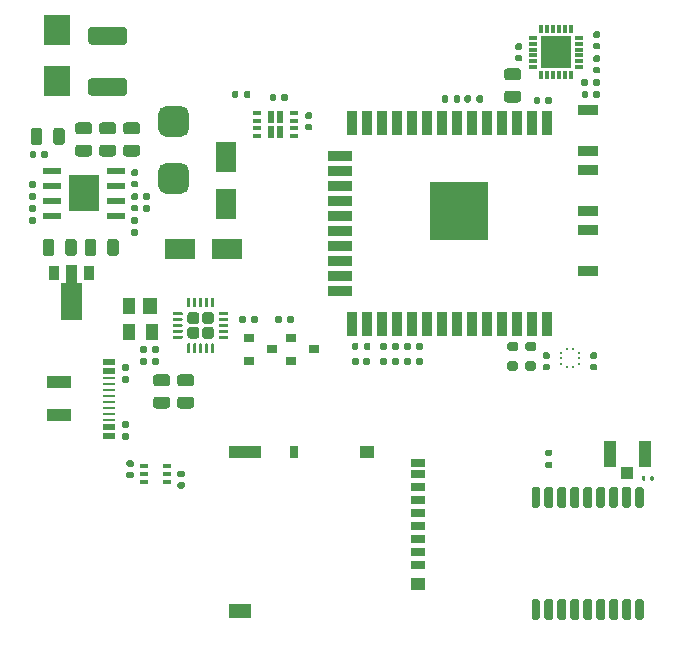
<source format=gtp>
G04 #@! TF.GenerationSoftware,KiCad,Pcbnew,5.1.10*
G04 #@! TF.CreationDate,2021-05-11T19:26:58+02:00*
G04 #@! TF.ProjectId,obd32,6f626433-322e-46b6-9963-61645f706362,rev?*
G04 #@! TF.SameCoordinates,Original*
G04 #@! TF.FileFunction,Paste,Top*
G04 #@! TF.FilePolarity,Positive*
%FSLAX46Y46*%
G04 Gerber Fmt 4.6, Leading zero omitted, Abs format (unit mm)*
G04 Created by KiCad (PCBNEW 5.1.10) date 2021-05-11 19:26:58*
%MOMM*%
%LPD*%
G01*
G04 APERTURE LIST*
%ADD10R,1.900000X1.300000*%
%ADD11R,2.800000X1.000000*%
%ADD12R,0.800000X1.000000*%
%ADD13R,1.200000X1.000000*%
%ADD14R,1.200000X0.700000*%
%ADD15R,2.600000X3.100000*%
%ADD16R,1.550000X0.600000*%
%ADD17C,0.100000*%
%ADD18R,0.900000X1.300000*%
%ADD19R,0.900000X0.800000*%
%ADD20R,2.500000X1.800000*%
%ADD21R,1.800000X2.500000*%
%ADD22R,2.300000X2.500000*%
%ADD23R,2.000000X1.000000*%
%ADD24R,1.000000X0.270000*%
%ADD25R,1.000000X0.520000*%
%ADD26R,1.000000X1.400000*%
%ADD27R,1.200000X1.400000*%
%ADD28R,0.254000X0.279400*%
%ADD29R,0.279400X0.254000*%
%ADD30R,1.041400X1.092200*%
%ADD31R,1.041400X2.260600*%
%ADD32R,0.900000X2.000000*%
%ADD33R,2.000000X0.900000*%
%ADD34R,5.000000X5.000000*%
%ADD35R,1.700000X0.900000*%
%ADD36R,0.650000X0.400000*%
%ADD37R,2.650000X2.750000*%
%ADD38R,0.800000X0.300000*%
%ADD39R,0.300000X0.800000*%
%ADD40R,0.600000X1.000000*%
%ADD41R,0.650000X0.350000*%
G04 APERTURE END LIST*
G36*
G01*
X210956000Y-88512000D02*
X211466000Y-88512000D01*
G75*
G02*
X211716000Y-88762000I0J-250000D01*
G01*
X211716000Y-89272000D01*
G75*
G02*
X211466000Y-89522000I-250000J0D01*
G01*
X210956000Y-89522000D01*
G75*
G02*
X210706000Y-89272000I0J250000D01*
G01*
X210706000Y-88762000D01*
G75*
G02*
X210956000Y-88512000I250000J0D01*
G01*
G37*
G36*
G01*
X212206000Y-88512000D02*
X212716000Y-88512000D01*
G75*
G02*
X212966000Y-88762000I0J-250000D01*
G01*
X212966000Y-89272000D01*
G75*
G02*
X212716000Y-89522000I-250000J0D01*
G01*
X212206000Y-89522000D01*
G75*
G02*
X211956000Y-89272000I0J250000D01*
G01*
X211956000Y-88762000D01*
G75*
G02*
X212206000Y-88512000I250000J0D01*
G01*
G37*
G36*
G01*
X210956000Y-87262000D02*
X211466000Y-87262000D01*
G75*
G02*
X211716000Y-87512000I0J-250000D01*
G01*
X211716000Y-88022000D01*
G75*
G02*
X211466000Y-88272000I-250000J0D01*
G01*
X210956000Y-88272000D01*
G75*
G02*
X210706000Y-88022000I0J250000D01*
G01*
X210706000Y-87512000D01*
G75*
G02*
X210956000Y-87262000I250000J0D01*
G01*
G37*
G36*
G01*
X212206000Y-87262000D02*
X212716000Y-87262000D01*
G75*
G02*
X212966000Y-87512000I0J-250000D01*
G01*
X212966000Y-88022000D01*
G75*
G02*
X212716000Y-88272000I-250000J0D01*
G01*
X212206000Y-88272000D01*
G75*
G02*
X211956000Y-88022000I0J250000D01*
G01*
X211956000Y-87512000D01*
G75*
G02*
X212206000Y-87262000I250000J0D01*
G01*
G37*
G36*
G01*
X213423500Y-87267000D02*
X214123500Y-87267000D01*
G75*
G02*
X214186000Y-87329500I0J-62500D01*
G01*
X214186000Y-87454500D01*
G75*
G02*
X214123500Y-87517000I-62500J0D01*
G01*
X213423500Y-87517000D01*
G75*
G02*
X213361000Y-87454500I0J62500D01*
G01*
X213361000Y-87329500D01*
G75*
G02*
X213423500Y-87267000I62500J0D01*
G01*
G37*
G36*
G01*
X213423500Y-87767000D02*
X214123500Y-87767000D01*
G75*
G02*
X214186000Y-87829500I0J-62500D01*
G01*
X214186000Y-87954500D01*
G75*
G02*
X214123500Y-88017000I-62500J0D01*
G01*
X213423500Y-88017000D01*
G75*
G02*
X213361000Y-87954500I0J62500D01*
G01*
X213361000Y-87829500D01*
G75*
G02*
X213423500Y-87767000I62500J0D01*
G01*
G37*
G36*
G01*
X213423500Y-88267000D02*
X214123500Y-88267000D01*
G75*
G02*
X214186000Y-88329500I0J-62500D01*
G01*
X214186000Y-88454500D01*
G75*
G02*
X214123500Y-88517000I-62500J0D01*
G01*
X213423500Y-88517000D01*
G75*
G02*
X213361000Y-88454500I0J62500D01*
G01*
X213361000Y-88329500D01*
G75*
G02*
X213423500Y-88267000I62500J0D01*
G01*
G37*
G36*
G01*
X213423500Y-88767000D02*
X214123500Y-88767000D01*
G75*
G02*
X214186000Y-88829500I0J-62500D01*
G01*
X214186000Y-88954500D01*
G75*
G02*
X214123500Y-89017000I-62500J0D01*
G01*
X213423500Y-89017000D01*
G75*
G02*
X213361000Y-88954500I0J62500D01*
G01*
X213361000Y-88829500D01*
G75*
G02*
X213423500Y-88767000I62500J0D01*
G01*
G37*
G36*
G01*
X213423500Y-89267000D02*
X214123500Y-89267000D01*
G75*
G02*
X214186000Y-89329500I0J-62500D01*
G01*
X214186000Y-89454500D01*
G75*
G02*
X214123500Y-89517000I-62500J0D01*
G01*
X213423500Y-89517000D01*
G75*
G02*
X213361000Y-89454500I0J62500D01*
G01*
X213361000Y-89329500D01*
G75*
G02*
X213423500Y-89267000I62500J0D01*
G01*
G37*
G36*
G01*
X212773500Y-89917000D02*
X212898500Y-89917000D01*
G75*
G02*
X212961000Y-89979500I0J-62500D01*
G01*
X212961000Y-90679500D01*
G75*
G02*
X212898500Y-90742000I-62500J0D01*
G01*
X212773500Y-90742000D01*
G75*
G02*
X212711000Y-90679500I0J62500D01*
G01*
X212711000Y-89979500D01*
G75*
G02*
X212773500Y-89917000I62500J0D01*
G01*
G37*
G36*
G01*
X212273500Y-89917000D02*
X212398500Y-89917000D01*
G75*
G02*
X212461000Y-89979500I0J-62500D01*
G01*
X212461000Y-90679500D01*
G75*
G02*
X212398500Y-90742000I-62500J0D01*
G01*
X212273500Y-90742000D01*
G75*
G02*
X212211000Y-90679500I0J62500D01*
G01*
X212211000Y-89979500D01*
G75*
G02*
X212273500Y-89917000I62500J0D01*
G01*
G37*
G36*
G01*
X211773500Y-89917000D02*
X211898500Y-89917000D01*
G75*
G02*
X211961000Y-89979500I0J-62500D01*
G01*
X211961000Y-90679500D01*
G75*
G02*
X211898500Y-90742000I-62500J0D01*
G01*
X211773500Y-90742000D01*
G75*
G02*
X211711000Y-90679500I0J62500D01*
G01*
X211711000Y-89979500D01*
G75*
G02*
X211773500Y-89917000I62500J0D01*
G01*
G37*
G36*
G01*
X211273500Y-89917000D02*
X211398500Y-89917000D01*
G75*
G02*
X211461000Y-89979500I0J-62500D01*
G01*
X211461000Y-90679500D01*
G75*
G02*
X211398500Y-90742000I-62500J0D01*
G01*
X211273500Y-90742000D01*
G75*
G02*
X211211000Y-90679500I0J62500D01*
G01*
X211211000Y-89979500D01*
G75*
G02*
X211273500Y-89917000I62500J0D01*
G01*
G37*
G36*
G01*
X210773500Y-89917000D02*
X210898500Y-89917000D01*
G75*
G02*
X210961000Y-89979500I0J-62500D01*
G01*
X210961000Y-90679500D01*
G75*
G02*
X210898500Y-90742000I-62500J0D01*
G01*
X210773500Y-90742000D01*
G75*
G02*
X210711000Y-90679500I0J62500D01*
G01*
X210711000Y-89979500D01*
G75*
G02*
X210773500Y-89917000I62500J0D01*
G01*
G37*
G36*
G01*
X209548500Y-89267000D02*
X210248500Y-89267000D01*
G75*
G02*
X210311000Y-89329500I0J-62500D01*
G01*
X210311000Y-89454500D01*
G75*
G02*
X210248500Y-89517000I-62500J0D01*
G01*
X209548500Y-89517000D01*
G75*
G02*
X209486000Y-89454500I0J62500D01*
G01*
X209486000Y-89329500D01*
G75*
G02*
X209548500Y-89267000I62500J0D01*
G01*
G37*
G36*
G01*
X209548500Y-88767000D02*
X210248500Y-88767000D01*
G75*
G02*
X210311000Y-88829500I0J-62500D01*
G01*
X210311000Y-88954500D01*
G75*
G02*
X210248500Y-89017000I-62500J0D01*
G01*
X209548500Y-89017000D01*
G75*
G02*
X209486000Y-88954500I0J62500D01*
G01*
X209486000Y-88829500D01*
G75*
G02*
X209548500Y-88767000I62500J0D01*
G01*
G37*
G36*
G01*
X209548500Y-88267000D02*
X210248500Y-88267000D01*
G75*
G02*
X210311000Y-88329500I0J-62500D01*
G01*
X210311000Y-88454500D01*
G75*
G02*
X210248500Y-88517000I-62500J0D01*
G01*
X209548500Y-88517000D01*
G75*
G02*
X209486000Y-88454500I0J62500D01*
G01*
X209486000Y-88329500D01*
G75*
G02*
X209548500Y-88267000I62500J0D01*
G01*
G37*
G36*
G01*
X209548500Y-87767000D02*
X210248500Y-87767000D01*
G75*
G02*
X210311000Y-87829500I0J-62500D01*
G01*
X210311000Y-87954500D01*
G75*
G02*
X210248500Y-88017000I-62500J0D01*
G01*
X209548500Y-88017000D01*
G75*
G02*
X209486000Y-87954500I0J62500D01*
G01*
X209486000Y-87829500D01*
G75*
G02*
X209548500Y-87767000I62500J0D01*
G01*
G37*
G36*
G01*
X209548500Y-87267000D02*
X210248500Y-87267000D01*
G75*
G02*
X210311000Y-87329500I0J-62500D01*
G01*
X210311000Y-87454500D01*
G75*
G02*
X210248500Y-87517000I-62500J0D01*
G01*
X209548500Y-87517000D01*
G75*
G02*
X209486000Y-87454500I0J62500D01*
G01*
X209486000Y-87329500D01*
G75*
G02*
X209548500Y-87267000I62500J0D01*
G01*
G37*
G36*
G01*
X210773500Y-86042000D02*
X210898500Y-86042000D01*
G75*
G02*
X210961000Y-86104500I0J-62500D01*
G01*
X210961000Y-86804500D01*
G75*
G02*
X210898500Y-86867000I-62500J0D01*
G01*
X210773500Y-86867000D01*
G75*
G02*
X210711000Y-86804500I0J62500D01*
G01*
X210711000Y-86104500D01*
G75*
G02*
X210773500Y-86042000I62500J0D01*
G01*
G37*
G36*
G01*
X211273500Y-86042000D02*
X211398500Y-86042000D01*
G75*
G02*
X211461000Y-86104500I0J-62500D01*
G01*
X211461000Y-86804500D01*
G75*
G02*
X211398500Y-86867000I-62500J0D01*
G01*
X211273500Y-86867000D01*
G75*
G02*
X211211000Y-86804500I0J62500D01*
G01*
X211211000Y-86104500D01*
G75*
G02*
X211273500Y-86042000I62500J0D01*
G01*
G37*
G36*
G01*
X211773500Y-86042000D02*
X211898500Y-86042000D01*
G75*
G02*
X211961000Y-86104500I0J-62500D01*
G01*
X211961000Y-86804500D01*
G75*
G02*
X211898500Y-86867000I-62500J0D01*
G01*
X211773500Y-86867000D01*
G75*
G02*
X211711000Y-86804500I0J62500D01*
G01*
X211711000Y-86104500D01*
G75*
G02*
X211773500Y-86042000I62500J0D01*
G01*
G37*
G36*
G01*
X212273500Y-86042000D02*
X212398500Y-86042000D01*
G75*
G02*
X212461000Y-86104500I0J-62500D01*
G01*
X212461000Y-86804500D01*
G75*
G02*
X212398500Y-86867000I-62500J0D01*
G01*
X212273500Y-86867000D01*
G75*
G02*
X212211000Y-86804500I0J62500D01*
G01*
X212211000Y-86104500D01*
G75*
G02*
X212273500Y-86042000I62500J0D01*
G01*
G37*
G36*
G01*
X212773500Y-86042000D02*
X212898500Y-86042000D01*
G75*
G02*
X212961000Y-86104500I0J-62500D01*
G01*
X212961000Y-86804500D01*
G75*
G02*
X212898500Y-86867000I-62500J0D01*
G01*
X212773500Y-86867000D01*
G75*
G02*
X212711000Y-86804500I0J62500D01*
G01*
X212711000Y-86104500D01*
G75*
G02*
X212773500Y-86042000I62500J0D01*
G01*
G37*
G36*
G01*
X205362000Y-64615000D02*
X202562000Y-64615000D01*
G75*
G02*
X202312000Y-64365000I0J250000D01*
G01*
X202312000Y-63390000D01*
G75*
G02*
X202562000Y-63140000I250000J0D01*
G01*
X205362000Y-63140000D01*
G75*
G02*
X205612000Y-63390000I0J-250000D01*
G01*
X205612000Y-64365000D01*
G75*
G02*
X205362000Y-64615000I-250000J0D01*
G01*
G37*
G36*
G01*
X205362000Y-68940000D02*
X202562000Y-68940000D01*
G75*
G02*
X202312000Y-68690000I0J250000D01*
G01*
X202312000Y-67715000D01*
G75*
G02*
X202562000Y-67465000I250000J0D01*
G01*
X205362000Y-67465000D01*
G75*
G02*
X205612000Y-67715000I0J-250000D01*
G01*
X205612000Y-68690000D01*
G75*
G02*
X205362000Y-68940000I-250000J0D01*
G01*
G37*
D10*
X215129000Y-112593000D03*
D11*
X215579000Y-99093000D03*
D12*
X219729000Y-99093000D03*
D13*
X225929000Y-99093000D03*
X230229000Y-110243000D03*
D14*
X230229000Y-102093000D03*
X230229000Y-103193000D03*
X230229000Y-104293000D03*
X230229000Y-105393000D03*
X230229000Y-106493000D03*
X230229000Y-107593000D03*
X230229000Y-108693000D03*
X230229000Y-100993000D03*
X230229000Y-100043000D03*
G36*
G01*
X208900000Y-74646000D02*
X210200000Y-74646000D01*
G75*
G02*
X210850000Y-75296000I0J-650000D01*
G01*
X210850000Y-76596000D01*
G75*
G02*
X210200000Y-77246000I-650000J0D01*
G01*
X208900000Y-77246000D01*
G75*
G02*
X208250000Y-76596000I0J650000D01*
G01*
X208250000Y-75296000D01*
G75*
G02*
X208900000Y-74646000I650000J0D01*
G01*
G37*
G36*
G01*
X208900000Y-69820000D02*
X210200000Y-69820000D01*
G75*
G02*
X210850000Y-70470000I0J-650000D01*
G01*
X210850000Y-71770000D01*
G75*
G02*
X210200000Y-72420000I-650000J0D01*
G01*
X208900000Y-72420000D01*
G75*
G02*
X208250000Y-71770000I0J650000D01*
G01*
X208250000Y-70470000D01*
G75*
G02*
X208900000Y-69820000I650000J0D01*
G01*
G37*
G36*
G01*
X206418000Y-75746000D02*
X206078000Y-75746000D01*
G75*
G02*
X205938000Y-75606000I0J140000D01*
G01*
X205938000Y-75326000D01*
G75*
G02*
X206078000Y-75186000I140000J0D01*
G01*
X206418000Y-75186000D01*
G75*
G02*
X206558000Y-75326000I0J-140000D01*
G01*
X206558000Y-75606000D01*
G75*
G02*
X206418000Y-75746000I-140000J0D01*
G01*
G37*
G36*
G01*
X206418000Y-76706000D02*
X206078000Y-76706000D01*
G75*
G02*
X205938000Y-76566000I0J140000D01*
G01*
X205938000Y-76286000D01*
G75*
G02*
X206078000Y-76146000I140000J0D01*
G01*
X206418000Y-76146000D01*
G75*
G02*
X206558000Y-76286000I0J-140000D01*
G01*
X206558000Y-76566000D01*
G75*
G02*
X206418000Y-76706000I-140000J0D01*
G01*
G37*
D15*
X201930000Y-77216000D03*
D16*
X204630000Y-75311000D03*
X204630000Y-76581000D03*
X204630000Y-77851000D03*
X204630000Y-79121000D03*
X199230000Y-79121000D03*
X199230000Y-77851000D03*
X199230000Y-76581000D03*
X199230000Y-75311000D03*
D17*
G36*
X200047500Y-87898000D02*
G01*
X200047500Y-84773000D01*
X200464000Y-84773000D01*
X200464000Y-83298000D01*
X201364000Y-83298000D01*
X201364000Y-84773000D01*
X201780500Y-84773000D01*
X201780500Y-87898000D01*
X200047500Y-87898000D01*
G37*
D18*
X199414000Y-83948000D03*
X202414000Y-83948000D03*
G36*
G01*
X218708000Y-87699000D02*
X218708000Y-88069000D01*
G75*
G02*
X218573000Y-88204000I-135000J0D01*
G01*
X218303000Y-88204000D01*
G75*
G02*
X218168000Y-88069000I0J135000D01*
G01*
X218168000Y-87699000D01*
G75*
G02*
X218303000Y-87564000I135000J0D01*
G01*
X218573000Y-87564000D01*
G75*
G02*
X218708000Y-87699000I0J-135000D01*
G01*
G37*
G36*
G01*
X219728000Y-87699000D02*
X219728000Y-88069000D01*
G75*
G02*
X219593000Y-88204000I-135000J0D01*
G01*
X219323000Y-88204000D01*
G75*
G02*
X219188000Y-88069000I0J135000D01*
G01*
X219188000Y-87699000D01*
G75*
G02*
X219323000Y-87564000I135000J0D01*
G01*
X219593000Y-87564000D01*
G75*
G02*
X219728000Y-87699000I0J-135000D01*
G01*
G37*
G36*
G01*
X216140000Y-88069000D02*
X216140000Y-87699000D01*
G75*
G02*
X216275000Y-87564000I135000J0D01*
G01*
X216545000Y-87564000D01*
G75*
G02*
X216680000Y-87699000I0J-135000D01*
G01*
X216680000Y-88069000D01*
G75*
G02*
X216545000Y-88204000I-135000J0D01*
G01*
X216275000Y-88204000D01*
G75*
G02*
X216140000Y-88069000I0J135000D01*
G01*
G37*
G36*
G01*
X215120000Y-88069000D02*
X215120000Y-87699000D01*
G75*
G02*
X215255000Y-87564000I135000J0D01*
G01*
X215525000Y-87564000D01*
G75*
G02*
X215660000Y-87699000I0J-135000D01*
G01*
X215660000Y-88069000D01*
G75*
G02*
X215525000Y-88204000I-135000J0D01*
G01*
X215255000Y-88204000D01*
G75*
G02*
X215120000Y-88069000I0J135000D01*
G01*
G37*
G36*
G01*
X206433000Y-79770000D02*
X206063000Y-79770000D01*
G75*
G02*
X205928000Y-79635000I0J135000D01*
G01*
X205928000Y-79365000D01*
G75*
G02*
X206063000Y-79230000I135000J0D01*
G01*
X206433000Y-79230000D01*
G75*
G02*
X206568000Y-79365000I0J-135000D01*
G01*
X206568000Y-79635000D01*
G75*
G02*
X206433000Y-79770000I-135000J0D01*
G01*
G37*
G36*
G01*
X206433000Y-80790000D02*
X206063000Y-80790000D01*
G75*
G02*
X205928000Y-80655000I0J135000D01*
G01*
X205928000Y-80385000D01*
G75*
G02*
X206063000Y-80250000I135000J0D01*
G01*
X206433000Y-80250000D01*
G75*
G02*
X206568000Y-80385000I0J-135000D01*
G01*
X206568000Y-80655000D01*
G75*
G02*
X206433000Y-80790000I-135000J0D01*
G01*
G37*
G36*
G01*
X207449000Y-77738000D02*
X207079000Y-77738000D01*
G75*
G02*
X206944000Y-77603000I0J135000D01*
G01*
X206944000Y-77333000D01*
G75*
G02*
X207079000Y-77198000I135000J0D01*
G01*
X207449000Y-77198000D01*
G75*
G02*
X207584000Y-77333000I0J-135000D01*
G01*
X207584000Y-77603000D01*
G75*
G02*
X207449000Y-77738000I-135000J0D01*
G01*
G37*
G36*
G01*
X207449000Y-78758000D02*
X207079000Y-78758000D01*
G75*
G02*
X206944000Y-78623000I0J135000D01*
G01*
X206944000Y-78353000D01*
G75*
G02*
X207079000Y-78218000I135000J0D01*
G01*
X207449000Y-78218000D01*
G75*
G02*
X207584000Y-78353000I0J-135000D01*
G01*
X207584000Y-78623000D01*
G75*
G02*
X207449000Y-78758000I-135000J0D01*
G01*
G37*
G36*
G01*
X197427000Y-79234000D02*
X197797000Y-79234000D01*
G75*
G02*
X197932000Y-79369000I0J-135000D01*
G01*
X197932000Y-79639000D01*
G75*
G02*
X197797000Y-79774000I-135000J0D01*
G01*
X197427000Y-79774000D01*
G75*
G02*
X197292000Y-79639000I0J135000D01*
G01*
X197292000Y-79369000D01*
G75*
G02*
X197427000Y-79234000I135000J0D01*
G01*
G37*
G36*
G01*
X197427000Y-78214000D02*
X197797000Y-78214000D01*
G75*
G02*
X197932000Y-78349000I0J-135000D01*
G01*
X197932000Y-78619000D01*
G75*
G02*
X197797000Y-78754000I-135000J0D01*
G01*
X197427000Y-78754000D01*
G75*
G02*
X197292000Y-78619000I0J135000D01*
G01*
X197292000Y-78349000D01*
G75*
G02*
X197427000Y-78214000I135000J0D01*
G01*
G37*
G36*
G01*
X197797000Y-76722000D02*
X197427000Y-76722000D01*
G75*
G02*
X197292000Y-76587000I0J135000D01*
G01*
X197292000Y-76317000D01*
G75*
G02*
X197427000Y-76182000I135000J0D01*
G01*
X197797000Y-76182000D01*
G75*
G02*
X197932000Y-76317000I0J-135000D01*
G01*
X197932000Y-76587000D01*
G75*
G02*
X197797000Y-76722000I-135000J0D01*
G01*
G37*
G36*
G01*
X197797000Y-77742000D02*
X197427000Y-77742000D01*
G75*
G02*
X197292000Y-77607000I0J135000D01*
G01*
X197292000Y-77337000D01*
G75*
G02*
X197427000Y-77202000I135000J0D01*
G01*
X197797000Y-77202000D01*
G75*
G02*
X197932000Y-77337000I0J-135000D01*
G01*
X197932000Y-77607000D01*
G75*
G02*
X197797000Y-77742000I-135000J0D01*
G01*
G37*
D19*
X221472000Y-90424000D03*
X219472000Y-91374000D03*
X219472000Y-89474000D03*
X217916000Y-90424000D03*
X215916000Y-91374000D03*
X215916000Y-89474000D03*
D20*
X210090000Y-81915000D03*
X214090000Y-81915000D03*
D21*
X213995000Y-74105000D03*
X213995000Y-78105000D03*
D22*
X199644000Y-63382000D03*
X199644000Y-67682000D03*
G36*
G01*
X205519000Y-73094000D02*
X206469000Y-73094000D01*
G75*
G02*
X206719000Y-73344000I0J-250000D01*
G01*
X206719000Y-73844000D01*
G75*
G02*
X206469000Y-74094000I-250000J0D01*
G01*
X205519000Y-74094000D01*
G75*
G02*
X205269000Y-73844000I0J250000D01*
G01*
X205269000Y-73344000D01*
G75*
G02*
X205519000Y-73094000I250000J0D01*
G01*
G37*
G36*
G01*
X205519000Y-71194000D02*
X206469000Y-71194000D01*
G75*
G02*
X206719000Y-71444000I0J-250000D01*
G01*
X206719000Y-71944000D01*
G75*
G02*
X206469000Y-72194000I-250000J0D01*
G01*
X205519000Y-72194000D01*
G75*
G02*
X205269000Y-71944000I0J250000D01*
G01*
X205269000Y-71444000D01*
G75*
G02*
X205519000Y-71194000I250000J0D01*
G01*
G37*
G36*
G01*
X203487000Y-73094000D02*
X204437000Y-73094000D01*
G75*
G02*
X204687000Y-73344000I0J-250000D01*
G01*
X204687000Y-73844000D01*
G75*
G02*
X204437000Y-74094000I-250000J0D01*
G01*
X203487000Y-74094000D01*
G75*
G02*
X203237000Y-73844000I0J250000D01*
G01*
X203237000Y-73344000D01*
G75*
G02*
X203487000Y-73094000I250000J0D01*
G01*
G37*
G36*
G01*
X203487000Y-71194000D02*
X204437000Y-71194000D01*
G75*
G02*
X204687000Y-71444000I0J-250000D01*
G01*
X204687000Y-71944000D01*
G75*
G02*
X204437000Y-72194000I-250000J0D01*
G01*
X203487000Y-72194000D01*
G75*
G02*
X203237000Y-71944000I0J250000D01*
G01*
X203237000Y-71444000D01*
G75*
G02*
X203487000Y-71194000I250000J0D01*
G01*
G37*
G36*
G01*
X201455000Y-73094000D02*
X202405000Y-73094000D01*
G75*
G02*
X202655000Y-73344000I0J-250000D01*
G01*
X202655000Y-73844000D01*
G75*
G02*
X202405000Y-74094000I-250000J0D01*
G01*
X201455000Y-74094000D01*
G75*
G02*
X201205000Y-73844000I0J250000D01*
G01*
X201205000Y-73344000D01*
G75*
G02*
X201455000Y-73094000I250000J0D01*
G01*
G37*
G36*
G01*
X201455000Y-71194000D02*
X202405000Y-71194000D01*
G75*
G02*
X202655000Y-71444000I0J-250000D01*
G01*
X202655000Y-71944000D01*
G75*
G02*
X202405000Y-72194000I-250000J0D01*
G01*
X201455000Y-72194000D01*
G75*
G02*
X201205000Y-71944000I0J250000D01*
G01*
X201205000Y-71444000D01*
G75*
G02*
X201455000Y-71194000I250000J0D01*
G01*
G37*
G36*
G01*
X206078000Y-78178000D02*
X206418000Y-78178000D01*
G75*
G02*
X206558000Y-78318000I0J-140000D01*
G01*
X206558000Y-78598000D01*
G75*
G02*
X206418000Y-78738000I-140000J0D01*
G01*
X206078000Y-78738000D01*
G75*
G02*
X205938000Y-78598000I0J140000D01*
G01*
X205938000Y-78318000D01*
G75*
G02*
X206078000Y-78178000I140000J0D01*
G01*
G37*
G36*
G01*
X206078000Y-77218000D02*
X206418000Y-77218000D01*
G75*
G02*
X206558000Y-77358000I0J-140000D01*
G01*
X206558000Y-77638000D01*
G75*
G02*
X206418000Y-77778000I-140000J0D01*
G01*
X206078000Y-77778000D01*
G75*
G02*
X205938000Y-77638000I0J140000D01*
G01*
X205938000Y-77358000D01*
G75*
G02*
X206078000Y-77218000I140000J0D01*
G01*
G37*
G36*
G01*
X198320000Y-74084000D02*
X198320000Y-73744000D01*
G75*
G02*
X198460000Y-73604000I140000J0D01*
G01*
X198740000Y-73604000D01*
G75*
G02*
X198880000Y-73744000I0J-140000D01*
G01*
X198880000Y-74084000D01*
G75*
G02*
X198740000Y-74224000I-140000J0D01*
G01*
X198460000Y-74224000D01*
G75*
G02*
X198320000Y-74084000I0J140000D01*
G01*
G37*
G36*
G01*
X197360000Y-74084000D02*
X197360000Y-73744000D01*
G75*
G02*
X197500000Y-73604000I140000J0D01*
G01*
X197780000Y-73604000D01*
G75*
G02*
X197920000Y-73744000I0J-140000D01*
G01*
X197920000Y-74084000D01*
G75*
G02*
X197780000Y-74224000I-140000J0D01*
G01*
X197500000Y-74224000D01*
G75*
G02*
X197360000Y-74084000I0J140000D01*
G01*
G37*
G36*
G01*
X199332000Y-72865000D02*
X199332000Y-71915000D01*
G75*
G02*
X199582000Y-71665000I250000J0D01*
G01*
X200082000Y-71665000D01*
G75*
G02*
X200332000Y-71915000I0J-250000D01*
G01*
X200332000Y-72865000D01*
G75*
G02*
X200082000Y-73115000I-250000J0D01*
G01*
X199582000Y-73115000D01*
G75*
G02*
X199332000Y-72865000I0J250000D01*
G01*
G37*
G36*
G01*
X197432000Y-72865000D02*
X197432000Y-71915000D01*
G75*
G02*
X197682000Y-71665000I250000J0D01*
G01*
X198182000Y-71665000D01*
G75*
G02*
X198432000Y-71915000I0J-250000D01*
G01*
X198432000Y-72865000D01*
G75*
G02*
X198182000Y-73115000I-250000J0D01*
G01*
X197682000Y-73115000D01*
G75*
G02*
X197432000Y-72865000I0J250000D01*
G01*
G37*
G36*
G01*
X203004000Y-81313000D02*
X203004000Y-82263000D01*
G75*
G02*
X202754000Y-82513000I-250000J0D01*
G01*
X202254000Y-82513000D01*
G75*
G02*
X202004000Y-82263000I0J250000D01*
G01*
X202004000Y-81313000D01*
G75*
G02*
X202254000Y-81063000I250000J0D01*
G01*
X202754000Y-81063000D01*
G75*
G02*
X203004000Y-81313000I0J-250000D01*
G01*
G37*
G36*
G01*
X204904000Y-81313000D02*
X204904000Y-82263000D01*
G75*
G02*
X204654000Y-82513000I-250000J0D01*
G01*
X204154000Y-82513000D01*
G75*
G02*
X203904000Y-82263000I0J250000D01*
G01*
X203904000Y-81313000D01*
G75*
G02*
X204154000Y-81063000I250000J0D01*
G01*
X204654000Y-81063000D01*
G75*
G02*
X204904000Y-81313000I0J-250000D01*
G01*
G37*
G36*
G01*
X200348000Y-82263000D02*
X200348000Y-81313000D01*
G75*
G02*
X200598000Y-81063000I250000J0D01*
G01*
X201098000Y-81063000D01*
G75*
G02*
X201348000Y-81313000I0J-250000D01*
G01*
X201348000Y-82263000D01*
G75*
G02*
X201098000Y-82513000I-250000J0D01*
G01*
X200598000Y-82513000D01*
G75*
G02*
X200348000Y-82263000I0J250000D01*
G01*
G37*
G36*
G01*
X198448000Y-82263000D02*
X198448000Y-81313000D01*
G75*
G02*
X198698000Y-81063000I250000J0D01*
G01*
X199198000Y-81063000D01*
G75*
G02*
X199448000Y-81313000I0J-250000D01*
G01*
X199448000Y-82263000D01*
G75*
G02*
X199198000Y-82513000I-250000J0D01*
G01*
X198698000Y-82513000D01*
G75*
G02*
X198448000Y-82263000I0J250000D01*
G01*
G37*
G36*
G01*
X208059000Y-94430000D02*
X209009000Y-94430000D01*
G75*
G02*
X209259000Y-94680000I0J-250000D01*
G01*
X209259000Y-95180000D01*
G75*
G02*
X209009000Y-95430000I-250000J0D01*
G01*
X208059000Y-95430000D01*
G75*
G02*
X207809000Y-95180000I0J250000D01*
G01*
X207809000Y-94680000D01*
G75*
G02*
X208059000Y-94430000I250000J0D01*
G01*
G37*
G36*
G01*
X208059000Y-92530000D02*
X209009000Y-92530000D01*
G75*
G02*
X209259000Y-92780000I0J-250000D01*
G01*
X209259000Y-93280000D01*
G75*
G02*
X209009000Y-93530000I-250000J0D01*
G01*
X208059000Y-93530000D01*
G75*
G02*
X207809000Y-93280000I0J250000D01*
G01*
X207809000Y-92780000D01*
G75*
G02*
X208059000Y-92530000I250000J0D01*
G01*
G37*
G36*
G01*
X211041000Y-93530000D02*
X210091000Y-93530000D01*
G75*
G02*
X209841000Y-93280000I0J250000D01*
G01*
X209841000Y-92780000D01*
G75*
G02*
X210091000Y-92530000I250000J0D01*
G01*
X211041000Y-92530000D01*
G75*
G02*
X211291000Y-92780000I0J-250000D01*
G01*
X211291000Y-93280000D01*
G75*
G02*
X211041000Y-93530000I-250000J0D01*
G01*
G37*
G36*
G01*
X211041000Y-95430000D02*
X210091000Y-95430000D01*
G75*
G02*
X209841000Y-95180000I0J250000D01*
G01*
X209841000Y-94680000D01*
G75*
G02*
X210091000Y-94430000I250000J0D01*
G01*
X211041000Y-94430000D01*
G75*
G02*
X211291000Y-94680000I0J-250000D01*
G01*
X211291000Y-95180000D01*
G75*
G02*
X211041000Y-95430000I-250000J0D01*
G01*
G37*
G36*
G01*
X240051000Y-90570500D02*
X239501000Y-90570500D01*
G75*
G02*
X239301000Y-90370500I0J200000D01*
G01*
X239301000Y-89970500D01*
G75*
G02*
X239501000Y-89770500I200000J0D01*
G01*
X240051000Y-89770500D01*
G75*
G02*
X240251000Y-89970500I0J-200000D01*
G01*
X240251000Y-90370500D01*
G75*
G02*
X240051000Y-90570500I-200000J0D01*
G01*
G37*
G36*
G01*
X240051000Y-92220500D02*
X239501000Y-92220500D01*
G75*
G02*
X239301000Y-92020500I0J200000D01*
G01*
X239301000Y-91620500D01*
G75*
G02*
X239501000Y-91420500I200000J0D01*
G01*
X240051000Y-91420500D01*
G75*
G02*
X240251000Y-91620500I0J-200000D01*
G01*
X240251000Y-92020500D01*
G75*
G02*
X240051000Y-92220500I-200000J0D01*
G01*
G37*
G36*
G01*
X237977000Y-91420500D02*
X238527000Y-91420500D01*
G75*
G02*
X238727000Y-91620500I0J-200000D01*
G01*
X238727000Y-92020500D01*
G75*
G02*
X238527000Y-92220500I-200000J0D01*
G01*
X237977000Y-92220500D01*
G75*
G02*
X237777000Y-92020500I0J200000D01*
G01*
X237777000Y-91620500D01*
G75*
G02*
X237977000Y-91420500I200000J0D01*
G01*
G37*
G36*
G01*
X237977000Y-89770500D02*
X238527000Y-89770500D01*
G75*
G02*
X238727000Y-89970500I0J-200000D01*
G01*
X238727000Y-90370500D01*
G75*
G02*
X238527000Y-90570500I-200000J0D01*
G01*
X237977000Y-90570500D01*
G75*
G02*
X237777000Y-90370500I0J200000D01*
G01*
X237777000Y-89970500D01*
G75*
G02*
X237977000Y-89770500I200000J0D01*
G01*
G37*
G36*
G01*
X207758000Y-90609000D02*
X207758000Y-90239000D01*
G75*
G02*
X207893000Y-90104000I135000J0D01*
G01*
X208163000Y-90104000D01*
G75*
G02*
X208298000Y-90239000I0J-135000D01*
G01*
X208298000Y-90609000D01*
G75*
G02*
X208163000Y-90744000I-135000J0D01*
G01*
X207893000Y-90744000D01*
G75*
G02*
X207758000Y-90609000I0J135000D01*
G01*
G37*
G36*
G01*
X206738000Y-90609000D02*
X206738000Y-90239000D01*
G75*
G02*
X206873000Y-90104000I135000J0D01*
G01*
X207143000Y-90104000D01*
G75*
G02*
X207278000Y-90239000I0J-135000D01*
G01*
X207278000Y-90609000D01*
G75*
G02*
X207143000Y-90744000I-135000J0D01*
G01*
X206873000Y-90744000D01*
G75*
G02*
X206738000Y-90609000I0J135000D01*
G01*
G37*
G36*
G01*
X207758000Y-91625000D02*
X207758000Y-91255000D01*
G75*
G02*
X207893000Y-91120000I135000J0D01*
G01*
X208163000Y-91120000D01*
G75*
G02*
X208298000Y-91255000I0J-135000D01*
G01*
X208298000Y-91625000D01*
G75*
G02*
X208163000Y-91760000I-135000J0D01*
G01*
X207893000Y-91760000D01*
G75*
G02*
X207758000Y-91625000I0J135000D01*
G01*
G37*
G36*
G01*
X206738000Y-91625000D02*
X206738000Y-91255000D01*
G75*
G02*
X206873000Y-91120000I135000J0D01*
G01*
X207143000Y-91120000D01*
G75*
G02*
X207278000Y-91255000I0J-135000D01*
G01*
X207278000Y-91625000D01*
G75*
G02*
X207143000Y-91760000I-135000J0D01*
G01*
X206873000Y-91760000D01*
G75*
G02*
X206738000Y-91625000I0J135000D01*
G01*
G37*
G36*
G01*
X205301000Y-97522000D02*
X205671000Y-97522000D01*
G75*
G02*
X205806000Y-97657000I0J-135000D01*
G01*
X205806000Y-97927000D01*
G75*
G02*
X205671000Y-98062000I-135000J0D01*
G01*
X205301000Y-98062000D01*
G75*
G02*
X205166000Y-97927000I0J135000D01*
G01*
X205166000Y-97657000D01*
G75*
G02*
X205301000Y-97522000I135000J0D01*
G01*
G37*
G36*
G01*
X205301000Y-96502000D02*
X205671000Y-96502000D01*
G75*
G02*
X205806000Y-96637000I0J-135000D01*
G01*
X205806000Y-96907000D01*
G75*
G02*
X205671000Y-97042000I-135000J0D01*
G01*
X205301000Y-97042000D01*
G75*
G02*
X205166000Y-96907000I0J135000D01*
G01*
X205166000Y-96637000D01*
G75*
G02*
X205301000Y-96502000I135000J0D01*
G01*
G37*
G36*
G01*
X205301000Y-92696000D02*
X205671000Y-92696000D01*
G75*
G02*
X205806000Y-92831000I0J-135000D01*
G01*
X205806000Y-93101000D01*
G75*
G02*
X205671000Y-93236000I-135000J0D01*
G01*
X205301000Y-93236000D01*
G75*
G02*
X205166000Y-93101000I0J135000D01*
G01*
X205166000Y-92831000D01*
G75*
G02*
X205301000Y-92696000I135000J0D01*
G01*
G37*
G36*
G01*
X205301000Y-91676000D02*
X205671000Y-91676000D01*
G75*
G02*
X205806000Y-91811000I0J-135000D01*
G01*
X205806000Y-92081000D01*
G75*
G02*
X205671000Y-92216000I-135000J0D01*
G01*
X205301000Y-92216000D01*
G75*
G02*
X205166000Y-92081000I0J135000D01*
G01*
X205166000Y-91811000D01*
G75*
G02*
X205301000Y-91676000I135000J0D01*
G01*
G37*
D23*
X199838500Y-93215000D03*
X199838500Y-96015000D03*
D24*
X204038500Y-94365000D03*
X204038500Y-96365000D03*
X204038500Y-95865000D03*
X204038500Y-95365000D03*
X204038500Y-94865000D03*
X204038500Y-93865000D03*
X204038500Y-93365000D03*
X204038500Y-92865000D03*
D25*
X204038500Y-97715000D03*
X204038500Y-96965000D03*
X204038500Y-92265000D03*
X204038500Y-91515000D03*
X204038500Y-91515000D03*
X204038500Y-92265000D03*
X204038500Y-96965000D03*
X204038500Y-97715000D03*
D26*
X207706000Y-88984000D03*
X205806000Y-88984000D03*
X205806000Y-86784000D03*
D27*
X207526000Y-86784000D03*
G36*
G01*
X241115000Y-99935000D02*
X241485000Y-99935000D01*
G75*
G02*
X241620000Y-100070000I0J-135000D01*
G01*
X241620000Y-100340000D01*
G75*
G02*
X241485000Y-100475000I-135000J0D01*
G01*
X241115000Y-100475000D01*
G75*
G02*
X240980000Y-100340000I0J135000D01*
G01*
X240980000Y-100070000D01*
G75*
G02*
X241115000Y-99935000I135000J0D01*
G01*
G37*
G36*
G01*
X241115000Y-98915000D02*
X241485000Y-98915000D01*
G75*
G02*
X241620000Y-99050000I0J-135000D01*
G01*
X241620000Y-99320000D01*
G75*
G02*
X241485000Y-99455000I-135000J0D01*
G01*
X241115000Y-99455000D01*
G75*
G02*
X240980000Y-99320000I0J135000D01*
G01*
X240980000Y-99050000D01*
G75*
G02*
X241115000Y-98915000I135000J0D01*
G01*
G37*
G36*
G01*
X215025000Y-68649000D02*
X215025000Y-69019000D01*
G75*
G02*
X214890000Y-69154000I-135000J0D01*
G01*
X214620000Y-69154000D01*
G75*
G02*
X214485000Y-69019000I0J135000D01*
G01*
X214485000Y-68649000D01*
G75*
G02*
X214620000Y-68514000I135000J0D01*
G01*
X214890000Y-68514000D01*
G75*
G02*
X215025000Y-68649000I0J-135000D01*
G01*
G37*
G36*
G01*
X216045000Y-68649000D02*
X216045000Y-69019000D01*
G75*
G02*
X215910000Y-69154000I-135000J0D01*
G01*
X215640000Y-69154000D01*
G75*
G02*
X215505000Y-69019000I0J135000D01*
G01*
X215505000Y-68649000D01*
G75*
G02*
X215640000Y-68514000I135000J0D01*
G01*
X215910000Y-68514000D01*
G75*
G02*
X216045000Y-68649000I0J-135000D01*
G01*
G37*
G36*
G01*
X234170000Y-69400000D02*
X234170000Y-69030000D01*
G75*
G02*
X234305000Y-68895000I135000J0D01*
G01*
X234575000Y-68895000D01*
G75*
G02*
X234710000Y-69030000I0J-135000D01*
G01*
X234710000Y-69400000D01*
G75*
G02*
X234575000Y-69535000I-135000J0D01*
G01*
X234305000Y-69535000D01*
G75*
G02*
X234170000Y-69400000I0J135000D01*
G01*
G37*
G36*
G01*
X235190000Y-69400000D02*
X235190000Y-69030000D01*
G75*
G02*
X235325000Y-68895000I135000J0D01*
G01*
X235595000Y-68895000D01*
G75*
G02*
X235730000Y-69030000I0J-135000D01*
G01*
X235730000Y-69400000D01*
G75*
G02*
X235595000Y-69535000I-135000J0D01*
G01*
X235325000Y-69535000D01*
G75*
G02*
X235190000Y-69400000I0J135000D01*
G01*
G37*
G36*
G01*
X232265000Y-69400000D02*
X232265000Y-69030000D01*
G75*
G02*
X232400000Y-68895000I135000J0D01*
G01*
X232670000Y-68895000D01*
G75*
G02*
X232805000Y-69030000I0J-135000D01*
G01*
X232805000Y-69400000D01*
G75*
G02*
X232670000Y-69535000I-135000J0D01*
G01*
X232400000Y-69535000D01*
G75*
G02*
X232265000Y-69400000I0J135000D01*
G01*
G37*
G36*
G01*
X233285000Y-69400000D02*
X233285000Y-69030000D01*
G75*
G02*
X233420000Y-68895000I135000J0D01*
G01*
X233690000Y-68895000D01*
G75*
G02*
X233825000Y-69030000I0J-135000D01*
G01*
X233825000Y-69400000D01*
G75*
G02*
X233690000Y-69535000I-135000J0D01*
G01*
X233420000Y-69535000D01*
G75*
G02*
X233285000Y-69400000I0J135000D01*
G01*
G37*
G36*
G01*
X229630000Y-89985000D02*
X229630000Y-90355000D01*
G75*
G02*
X229495000Y-90490000I-135000J0D01*
G01*
X229225000Y-90490000D01*
G75*
G02*
X229090000Y-90355000I0J135000D01*
G01*
X229090000Y-89985000D01*
G75*
G02*
X229225000Y-89850000I135000J0D01*
G01*
X229495000Y-89850000D01*
G75*
G02*
X229630000Y-89985000I0J-135000D01*
G01*
G37*
G36*
G01*
X230650000Y-89985000D02*
X230650000Y-90355000D01*
G75*
G02*
X230515000Y-90490000I-135000J0D01*
G01*
X230245000Y-90490000D01*
G75*
G02*
X230110000Y-90355000I0J135000D01*
G01*
X230110000Y-89985000D01*
G75*
G02*
X230245000Y-89850000I135000J0D01*
G01*
X230515000Y-89850000D01*
G75*
G02*
X230650000Y-89985000I0J-135000D01*
G01*
G37*
G36*
G01*
X227598000Y-89985000D02*
X227598000Y-90355000D01*
G75*
G02*
X227463000Y-90490000I-135000J0D01*
G01*
X227193000Y-90490000D01*
G75*
G02*
X227058000Y-90355000I0J135000D01*
G01*
X227058000Y-89985000D01*
G75*
G02*
X227193000Y-89850000I135000J0D01*
G01*
X227463000Y-89850000D01*
G75*
G02*
X227598000Y-89985000I0J-135000D01*
G01*
G37*
G36*
G01*
X228618000Y-89985000D02*
X228618000Y-90355000D01*
G75*
G02*
X228483000Y-90490000I-135000J0D01*
G01*
X228213000Y-90490000D01*
G75*
G02*
X228078000Y-90355000I0J135000D01*
G01*
X228078000Y-89985000D01*
G75*
G02*
X228213000Y-89850000I135000J0D01*
G01*
X228483000Y-89850000D01*
G75*
G02*
X228618000Y-89985000I0J-135000D01*
G01*
G37*
G36*
G01*
X225185000Y-89985000D02*
X225185000Y-90355000D01*
G75*
G02*
X225050000Y-90490000I-135000J0D01*
G01*
X224780000Y-90490000D01*
G75*
G02*
X224645000Y-90355000I0J135000D01*
G01*
X224645000Y-89985000D01*
G75*
G02*
X224780000Y-89850000I135000J0D01*
G01*
X225050000Y-89850000D01*
G75*
G02*
X225185000Y-89985000I0J-135000D01*
G01*
G37*
G36*
G01*
X226205000Y-89985000D02*
X226205000Y-90355000D01*
G75*
G02*
X226070000Y-90490000I-135000J0D01*
G01*
X225800000Y-90490000D01*
G75*
G02*
X225665000Y-90355000I0J135000D01*
G01*
X225665000Y-89985000D01*
G75*
G02*
X225800000Y-89850000I135000J0D01*
G01*
X226070000Y-89850000D01*
G75*
G02*
X226205000Y-89985000I0J-135000D01*
G01*
G37*
G36*
G01*
X245096000Y-68003000D02*
X245096000Y-67633000D01*
G75*
G02*
X245231000Y-67498000I135000J0D01*
G01*
X245501000Y-67498000D01*
G75*
G02*
X245636000Y-67633000I0J-135000D01*
G01*
X245636000Y-68003000D01*
G75*
G02*
X245501000Y-68138000I-135000J0D01*
G01*
X245231000Y-68138000D01*
G75*
G02*
X245096000Y-68003000I0J135000D01*
G01*
G37*
G36*
G01*
X244076000Y-68003000D02*
X244076000Y-67633000D01*
G75*
G02*
X244211000Y-67498000I135000J0D01*
G01*
X244481000Y-67498000D01*
G75*
G02*
X244616000Y-67633000I0J-135000D01*
G01*
X244616000Y-68003000D01*
G75*
G02*
X244481000Y-68138000I-135000J0D01*
G01*
X244211000Y-68138000D01*
G75*
G02*
X244076000Y-68003000I0J135000D01*
G01*
G37*
G36*
G01*
X244940000Y-91640000D02*
X245280000Y-91640000D01*
G75*
G02*
X245420000Y-91780000I0J-140000D01*
G01*
X245420000Y-92060000D01*
G75*
G02*
X245280000Y-92200000I-140000J0D01*
G01*
X244940000Y-92200000D01*
G75*
G02*
X244800000Y-92060000I0J140000D01*
G01*
X244800000Y-91780000D01*
G75*
G02*
X244940000Y-91640000I140000J0D01*
G01*
G37*
G36*
G01*
X244940000Y-90680000D02*
X245280000Y-90680000D01*
G75*
G02*
X245420000Y-90820000I0J-140000D01*
G01*
X245420000Y-91100000D01*
G75*
G02*
X245280000Y-91240000I-140000J0D01*
G01*
X244940000Y-91240000D01*
G75*
G02*
X244800000Y-91100000I0J140000D01*
G01*
X244800000Y-90820000D01*
G75*
G02*
X244940000Y-90680000I140000J0D01*
G01*
G37*
G36*
G01*
X210355000Y-101245000D02*
X210015000Y-101245000D01*
G75*
G02*
X209875000Y-101105000I0J140000D01*
G01*
X209875000Y-100825000D01*
G75*
G02*
X210015000Y-100685000I140000J0D01*
G01*
X210355000Y-100685000D01*
G75*
G02*
X210495000Y-100825000I0J-140000D01*
G01*
X210495000Y-101105000D01*
G75*
G02*
X210355000Y-101245000I-140000J0D01*
G01*
G37*
G36*
G01*
X210355000Y-102205000D02*
X210015000Y-102205000D01*
G75*
G02*
X209875000Y-102065000I0J140000D01*
G01*
X209875000Y-101785000D01*
G75*
G02*
X210015000Y-101645000I140000J0D01*
G01*
X210355000Y-101645000D01*
G75*
G02*
X210495000Y-101785000I0J-140000D01*
G01*
X210495000Y-102065000D01*
G75*
G02*
X210355000Y-102205000I-140000J0D01*
G01*
G37*
G36*
G01*
X220810000Y-71320000D02*
X221150000Y-71320000D01*
G75*
G02*
X221290000Y-71460000I0J-140000D01*
G01*
X221290000Y-71740000D01*
G75*
G02*
X221150000Y-71880000I-140000J0D01*
G01*
X220810000Y-71880000D01*
G75*
G02*
X220670000Y-71740000I0J140000D01*
G01*
X220670000Y-71460000D01*
G75*
G02*
X220810000Y-71320000I140000J0D01*
G01*
G37*
G36*
G01*
X220810000Y-70360000D02*
X221150000Y-70360000D01*
G75*
G02*
X221290000Y-70500000I0J-140000D01*
G01*
X221290000Y-70780000D01*
G75*
G02*
X221150000Y-70920000I-140000J0D01*
G01*
X220810000Y-70920000D01*
G75*
G02*
X220670000Y-70780000I0J140000D01*
G01*
X220670000Y-70500000D01*
G75*
G02*
X220810000Y-70360000I140000J0D01*
G01*
G37*
G36*
G01*
X205697000Y-100784000D02*
X206037000Y-100784000D01*
G75*
G02*
X206177000Y-100924000I0J-140000D01*
G01*
X206177000Y-101204000D01*
G75*
G02*
X206037000Y-101344000I-140000J0D01*
G01*
X205697000Y-101344000D01*
G75*
G02*
X205557000Y-101204000I0J140000D01*
G01*
X205557000Y-100924000D01*
G75*
G02*
X205697000Y-100784000I140000J0D01*
G01*
G37*
G36*
G01*
X205697000Y-99824000D02*
X206037000Y-99824000D01*
G75*
G02*
X206177000Y-99964000I0J-140000D01*
G01*
X206177000Y-100244000D01*
G75*
G02*
X206037000Y-100384000I-140000J0D01*
G01*
X205697000Y-100384000D01*
G75*
G02*
X205557000Y-100244000I0J140000D01*
G01*
X205557000Y-99964000D01*
G75*
G02*
X205697000Y-99824000I140000J0D01*
G01*
G37*
G36*
G01*
X218240000Y-68918000D02*
X218240000Y-69258000D01*
G75*
G02*
X218100000Y-69398000I-140000J0D01*
G01*
X217820000Y-69398000D01*
G75*
G02*
X217680000Y-69258000I0J140000D01*
G01*
X217680000Y-68918000D01*
G75*
G02*
X217820000Y-68778000I140000J0D01*
G01*
X218100000Y-68778000D01*
G75*
G02*
X218240000Y-68918000I0J-140000D01*
G01*
G37*
G36*
G01*
X219200000Y-68918000D02*
X219200000Y-69258000D01*
G75*
G02*
X219060000Y-69398000I-140000J0D01*
G01*
X218780000Y-69398000D01*
G75*
G02*
X218640000Y-69258000I0J140000D01*
G01*
X218640000Y-68918000D01*
G75*
G02*
X218780000Y-68778000I140000J0D01*
G01*
X219060000Y-68778000D01*
G75*
G02*
X219200000Y-68918000I0J-140000D01*
G01*
G37*
G36*
G01*
X240939500Y-91640000D02*
X241279500Y-91640000D01*
G75*
G02*
X241419500Y-91780000I0J-140000D01*
G01*
X241419500Y-92060000D01*
G75*
G02*
X241279500Y-92200000I-140000J0D01*
G01*
X240939500Y-92200000D01*
G75*
G02*
X240799500Y-92060000I0J140000D01*
G01*
X240799500Y-91780000D01*
G75*
G02*
X240939500Y-91640000I140000J0D01*
G01*
G37*
G36*
G01*
X240939500Y-90680000D02*
X241279500Y-90680000D01*
G75*
G02*
X241419500Y-90820000I0J-140000D01*
G01*
X241419500Y-91100000D01*
G75*
G02*
X241279500Y-91240000I-140000J0D01*
G01*
X240939500Y-91240000D01*
G75*
G02*
X240799500Y-91100000I0J140000D01*
G01*
X240799500Y-90820000D01*
G75*
G02*
X240939500Y-90680000I140000J0D01*
G01*
G37*
G36*
G01*
X245534000Y-66094000D02*
X245194000Y-66094000D01*
G75*
G02*
X245054000Y-65954000I0J140000D01*
G01*
X245054000Y-65674000D01*
G75*
G02*
X245194000Y-65534000I140000J0D01*
G01*
X245534000Y-65534000D01*
G75*
G02*
X245674000Y-65674000I0J-140000D01*
G01*
X245674000Y-65954000D01*
G75*
G02*
X245534000Y-66094000I-140000J0D01*
G01*
G37*
G36*
G01*
X245534000Y-67054000D02*
X245194000Y-67054000D01*
G75*
G02*
X245054000Y-66914000I0J140000D01*
G01*
X245054000Y-66634000D01*
G75*
G02*
X245194000Y-66494000I140000J0D01*
G01*
X245534000Y-66494000D01*
G75*
G02*
X245674000Y-66634000I0J-140000D01*
G01*
X245674000Y-66914000D01*
G75*
G02*
X245534000Y-67054000I-140000J0D01*
G01*
G37*
G36*
G01*
X238590000Y-65478000D02*
X238930000Y-65478000D01*
G75*
G02*
X239070000Y-65618000I0J-140000D01*
G01*
X239070000Y-65898000D01*
G75*
G02*
X238930000Y-66038000I-140000J0D01*
G01*
X238590000Y-66038000D01*
G75*
G02*
X238450000Y-65898000I0J140000D01*
G01*
X238450000Y-65618000D01*
G75*
G02*
X238590000Y-65478000I140000J0D01*
G01*
G37*
G36*
G01*
X238590000Y-64518000D02*
X238930000Y-64518000D01*
G75*
G02*
X239070000Y-64658000I0J-140000D01*
G01*
X239070000Y-64938000D01*
G75*
G02*
X238930000Y-65078000I-140000J0D01*
G01*
X238590000Y-65078000D01*
G75*
G02*
X238450000Y-64938000I0J140000D01*
G01*
X238450000Y-64658000D01*
G75*
G02*
X238590000Y-64518000I140000J0D01*
G01*
G37*
G36*
G01*
X245194000Y-64462000D02*
X245534000Y-64462000D01*
G75*
G02*
X245674000Y-64602000I0J-140000D01*
G01*
X245674000Y-64882000D01*
G75*
G02*
X245534000Y-65022000I-140000J0D01*
G01*
X245194000Y-65022000D01*
G75*
G02*
X245054000Y-64882000I0J140000D01*
G01*
X245054000Y-64602000D01*
G75*
G02*
X245194000Y-64462000I140000J0D01*
G01*
G37*
G36*
G01*
X245194000Y-63502000D02*
X245534000Y-63502000D01*
G75*
G02*
X245674000Y-63642000I0J-140000D01*
G01*
X245674000Y-63922000D01*
G75*
G02*
X245534000Y-64062000I-140000J0D01*
G01*
X245194000Y-64062000D01*
G75*
G02*
X245054000Y-63922000I0J140000D01*
G01*
X245054000Y-63642000D01*
G75*
G02*
X245194000Y-63502000I140000J0D01*
G01*
G37*
G36*
G01*
X240992000Y-69512000D02*
X240992000Y-69172000D01*
G75*
G02*
X241132000Y-69032000I140000J0D01*
G01*
X241412000Y-69032000D01*
G75*
G02*
X241552000Y-69172000I0J-140000D01*
G01*
X241552000Y-69512000D01*
G75*
G02*
X241412000Y-69652000I-140000J0D01*
G01*
X241132000Y-69652000D01*
G75*
G02*
X240992000Y-69512000I0J140000D01*
G01*
G37*
G36*
G01*
X240032000Y-69512000D02*
X240032000Y-69172000D01*
G75*
G02*
X240172000Y-69032000I140000J0D01*
G01*
X240452000Y-69032000D01*
G75*
G02*
X240592000Y-69172000I0J-140000D01*
G01*
X240592000Y-69512000D01*
G75*
G02*
X240452000Y-69652000I-140000J0D01*
G01*
X240172000Y-69652000D01*
G75*
G02*
X240032000Y-69512000I0J140000D01*
G01*
G37*
G36*
G01*
X244656000Y-68664000D02*
X244656000Y-69004000D01*
G75*
G02*
X244516000Y-69144000I-140000J0D01*
G01*
X244236000Y-69144000D01*
G75*
G02*
X244096000Y-69004000I0J140000D01*
G01*
X244096000Y-68664000D01*
G75*
G02*
X244236000Y-68524000I140000J0D01*
G01*
X244516000Y-68524000D01*
G75*
G02*
X244656000Y-68664000I0J-140000D01*
G01*
G37*
G36*
G01*
X245616000Y-68664000D02*
X245616000Y-69004000D01*
G75*
G02*
X245476000Y-69144000I-140000J0D01*
G01*
X245196000Y-69144000D01*
G75*
G02*
X245056000Y-69004000I0J140000D01*
G01*
X245056000Y-68664000D01*
G75*
G02*
X245196000Y-68524000I140000J0D01*
G01*
X245476000Y-68524000D01*
G75*
G02*
X245616000Y-68664000I0J-140000D01*
G01*
G37*
D28*
X243328000Y-91948000D03*
X242828000Y-91948000D03*
D29*
X242316000Y-91685999D03*
X242316000Y-91186000D03*
X242316000Y-90686001D03*
D28*
X242828000Y-90424000D03*
X243328000Y-90424000D03*
D29*
X243840000Y-90686001D03*
X243840000Y-91186000D03*
X243840000Y-91685999D03*
D30*
X247957500Y-100910000D03*
D31*
X249428000Y-99314000D03*
X246487000Y-99314000D03*
G36*
G01*
X240377000Y-103846000D02*
X240027000Y-103846000D01*
G75*
G02*
X239852000Y-103671000I0J175000D01*
G01*
X239852000Y-102221000D01*
G75*
G02*
X240027000Y-102046000I175000J0D01*
G01*
X240377000Y-102046000D01*
G75*
G02*
X240552000Y-102221000I0J-175000D01*
G01*
X240552000Y-103671000D01*
G75*
G02*
X240377000Y-103846000I-175000J0D01*
G01*
G37*
G36*
G01*
X241502000Y-103846000D02*
X241102000Y-103846000D01*
G75*
G02*
X240902000Y-103646000I0J200000D01*
G01*
X240902000Y-102246000D01*
G75*
G02*
X241102000Y-102046000I200000J0D01*
G01*
X241502000Y-102046000D01*
G75*
G02*
X241702000Y-102246000I0J-200000D01*
G01*
X241702000Y-103646000D01*
G75*
G02*
X241502000Y-103846000I-200000J0D01*
G01*
G37*
G36*
G01*
X242602000Y-103846000D02*
X242202000Y-103846000D01*
G75*
G02*
X242002000Y-103646000I0J200000D01*
G01*
X242002000Y-102246000D01*
G75*
G02*
X242202000Y-102046000I200000J0D01*
G01*
X242602000Y-102046000D01*
G75*
G02*
X242802000Y-102246000I0J-200000D01*
G01*
X242802000Y-103646000D01*
G75*
G02*
X242602000Y-103846000I-200000J0D01*
G01*
G37*
G36*
G01*
X243702000Y-103846000D02*
X243302000Y-103846000D01*
G75*
G02*
X243102000Y-103646000I0J200000D01*
G01*
X243102000Y-102246000D01*
G75*
G02*
X243302000Y-102046000I200000J0D01*
G01*
X243702000Y-102046000D01*
G75*
G02*
X243902000Y-102246000I0J-200000D01*
G01*
X243902000Y-103646000D01*
G75*
G02*
X243702000Y-103846000I-200000J0D01*
G01*
G37*
G36*
G01*
X244802000Y-103846000D02*
X244402000Y-103846000D01*
G75*
G02*
X244202000Y-103646000I0J200000D01*
G01*
X244202000Y-102246000D01*
G75*
G02*
X244402000Y-102046000I200000J0D01*
G01*
X244802000Y-102046000D01*
G75*
G02*
X245002000Y-102246000I0J-200000D01*
G01*
X245002000Y-103646000D01*
G75*
G02*
X244802000Y-103846000I-200000J0D01*
G01*
G37*
G36*
G01*
X245902000Y-103846000D02*
X245502000Y-103846000D01*
G75*
G02*
X245302000Y-103646000I0J200000D01*
G01*
X245302000Y-102246000D01*
G75*
G02*
X245502000Y-102046000I200000J0D01*
G01*
X245902000Y-102046000D01*
G75*
G02*
X246102000Y-102246000I0J-200000D01*
G01*
X246102000Y-103646000D01*
G75*
G02*
X245902000Y-103846000I-200000J0D01*
G01*
G37*
G36*
G01*
X247002000Y-103846000D02*
X246602000Y-103846000D01*
G75*
G02*
X246402000Y-103646000I0J200000D01*
G01*
X246402000Y-102246000D01*
G75*
G02*
X246602000Y-102046000I200000J0D01*
G01*
X247002000Y-102046000D01*
G75*
G02*
X247202000Y-102246000I0J-200000D01*
G01*
X247202000Y-103646000D01*
G75*
G02*
X247002000Y-103846000I-200000J0D01*
G01*
G37*
G36*
G01*
X248102000Y-103846000D02*
X247702000Y-103846000D01*
G75*
G02*
X247502000Y-103646000I0J200000D01*
G01*
X247502000Y-102246000D01*
G75*
G02*
X247702000Y-102046000I200000J0D01*
G01*
X248102000Y-102046000D01*
G75*
G02*
X248302000Y-102246000I0J-200000D01*
G01*
X248302000Y-103646000D01*
G75*
G02*
X248102000Y-103846000I-200000J0D01*
G01*
G37*
G36*
G01*
X249177000Y-103846000D02*
X248827000Y-103846000D01*
G75*
G02*
X248652000Y-103671000I0J175000D01*
G01*
X248652000Y-102221000D01*
G75*
G02*
X248827000Y-102046000I175000J0D01*
G01*
X249177000Y-102046000D01*
G75*
G02*
X249352000Y-102221000I0J-175000D01*
G01*
X249352000Y-103671000D01*
G75*
G02*
X249177000Y-103846000I-175000J0D01*
G01*
G37*
G36*
G01*
X249177000Y-113346000D02*
X248827000Y-113346000D01*
G75*
G02*
X248652000Y-113171000I0J175000D01*
G01*
X248652000Y-111721000D01*
G75*
G02*
X248827000Y-111546000I175000J0D01*
G01*
X249177000Y-111546000D01*
G75*
G02*
X249352000Y-111721000I0J-175000D01*
G01*
X249352000Y-113171000D01*
G75*
G02*
X249177000Y-113346000I-175000J0D01*
G01*
G37*
G36*
G01*
X248102000Y-113346000D02*
X247702000Y-113346000D01*
G75*
G02*
X247502000Y-113146000I0J200000D01*
G01*
X247502000Y-111746000D01*
G75*
G02*
X247702000Y-111546000I200000J0D01*
G01*
X248102000Y-111546000D01*
G75*
G02*
X248302000Y-111746000I0J-200000D01*
G01*
X248302000Y-113146000D01*
G75*
G02*
X248102000Y-113346000I-200000J0D01*
G01*
G37*
G36*
G01*
X247002000Y-113346000D02*
X246602000Y-113346000D01*
G75*
G02*
X246402000Y-113146000I0J200000D01*
G01*
X246402000Y-111746000D01*
G75*
G02*
X246602000Y-111546000I200000J0D01*
G01*
X247002000Y-111546000D01*
G75*
G02*
X247202000Y-111746000I0J-200000D01*
G01*
X247202000Y-113146000D01*
G75*
G02*
X247002000Y-113346000I-200000J0D01*
G01*
G37*
G36*
G01*
X245902000Y-113346000D02*
X245502000Y-113346000D01*
G75*
G02*
X245302000Y-113146000I0J200000D01*
G01*
X245302000Y-111746000D01*
G75*
G02*
X245502000Y-111546000I200000J0D01*
G01*
X245902000Y-111546000D01*
G75*
G02*
X246102000Y-111746000I0J-200000D01*
G01*
X246102000Y-113146000D01*
G75*
G02*
X245902000Y-113346000I-200000J0D01*
G01*
G37*
G36*
G01*
X244802000Y-113346000D02*
X244402000Y-113346000D01*
G75*
G02*
X244202000Y-113146000I0J200000D01*
G01*
X244202000Y-111746000D01*
G75*
G02*
X244402000Y-111546000I200000J0D01*
G01*
X244802000Y-111546000D01*
G75*
G02*
X245002000Y-111746000I0J-200000D01*
G01*
X245002000Y-113146000D01*
G75*
G02*
X244802000Y-113346000I-200000J0D01*
G01*
G37*
G36*
G01*
X243702000Y-113346000D02*
X243302000Y-113346000D01*
G75*
G02*
X243102000Y-113146000I0J200000D01*
G01*
X243102000Y-111746000D01*
G75*
G02*
X243302000Y-111546000I200000J0D01*
G01*
X243702000Y-111546000D01*
G75*
G02*
X243902000Y-111746000I0J-200000D01*
G01*
X243902000Y-113146000D01*
G75*
G02*
X243702000Y-113346000I-200000J0D01*
G01*
G37*
G36*
G01*
X242602000Y-113346000D02*
X242202000Y-113346000D01*
G75*
G02*
X242002000Y-113146000I0J200000D01*
G01*
X242002000Y-111746000D01*
G75*
G02*
X242202000Y-111546000I200000J0D01*
G01*
X242602000Y-111546000D01*
G75*
G02*
X242802000Y-111746000I0J-200000D01*
G01*
X242802000Y-113146000D01*
G75*
G02*
X242602000Y-113346000I-200000J0D01*
G01*
G37*
G36*
G01*
X241502000Y-113346000D02*
X241102000Y-113346000D01*
G75*
G02*
X240902000Y-113146000I0J200000D01*
G01*
X240902000Y-111746000D01*
G75*
G02*
X241102000Y-111546000I200000J0D01*
G01*
X241502000Y-111546000D01*
G75*
G02*
X241702000Y-111746000I0J-200000D01*
G01*
X241702000Y-113146000D01*
G75*
G02*
X241502000Y-113346000I-200000J0D01*
G01*
G37*
G36*
G01*
X240377000Y-113346000D02*
X240027000Y-113346000D01*
G75*
G02*
X239852000Y-113171000I0J175000D01*
G01*
X239852000Y-111721000D01*
G75*
G02*
X240027000Y-111546000I175000J0D01*
G01*
X240377000Y-111546000D01*
G75*
G02*
X240552000Y-111721000I0J-175000D01*
G01*
X240552000Y-113171000D01*
G75*
G02*
X240377000Y-113346000I-175000J0D01*
G01*
G37*
G36*
G01*
X249868000Y-101446500D02*
X249868000Y-101245500D01*
G75*
G02*
X249947500Y-101166000I79500J0D01*
G01*
X250106500Y-101166000D01*
G75*
G02*
X250186000Y-101245500I0J-79500D01*
G01*
X250186000Y-101446500D01*
G75*
G02*
X250106500Y-101526000I-79500J0D01*
G01*
X249947500Y-101526000D01*
G75*
G02*
X249868000Y-101446500I0J79500D01*
G01*
G37*
G36*
G01*
X249178000Y-101446500D02*
X249178000Y-101245500D01*
G75*
G02*
X249257500Y-101166000I79500J0D01*
G01*
X249416500Y-101166000D01*
G75*
G02*
X249496000Y-101245500I0J-79500D01*
G01*
X249496000Y-101446500D01*
G75*
G02*
X249416500Y-101526000I-79500J0D01*
G01*
X249257500Y-101526000D01*
G75*
G02*
X249178000Y-101446500I0J79500D01*
G01*
G37*
D32*
X241180000Y-88240000D03*
X239910000Y-88240000D03*
X238640000Y-88240000D03*
X237370000Y-88240000D03*
X236100000Y-88240000D03*
X234830000Y-88240000D03*
X233560000Y-88240000D03*
X232290000Y-88240000D03*
X231020000Y-88240000D03*
X229750000Y-88240000D03*
X228480000Y-88240000D03*
X227210000Y-88240000D03*
X225940000Y-88240000D03*
X224670000Y-88240000D03*
D33*
X223670000Y-85455000D03*
X223670000Y-84185000D03*
X223670000Y-82915000D03*
X223670000Y-81645000D03*
X223670000Y-80375000D03*
X223670000Y-79105000D03*
X223670000Y-77835000D03*
X223670000Y-76565000D03*
X223670000Y-75295000D03*
X223670000Y-74025000D03*
D32*
X224670000Y-71240000D03*
X225940000Y-71240000D03*
X227210000Y-71240000D03*
X228480000Y-71240000D03*
X229750000Y-71240000D03*
X231020000Y-71240000D03*
X232290000Y-71240000D03*
X233560000Y-71240000D03*
X234830000Y-71240000D03*
X236100000Y-71240000D03*
X237370000Y-71240000D03*
X238640000Y-71240000D03*
X239910000Y-71240000D03*
X241180000Y-71240000D03*
D34*
X233680000Y-78740000D03*
G36*
G01*
X229680000Y-91267500D02*
X229680000Y-91612500D01*
G75*
G02*
X229532500Y-91760000I-147500J0D01*
G01*
X229237500Y-91760000D01*
G75*
G02*
X229090000Y-91612500I0J147500D01*
G01*
X229090000Y-91267500D01*
G75*
G02*
X229237500Y-91120000I147500J0D01*
G01*
X229532500Y-91120000D01*
G75*
G02*
X229680000Y-91267500I0J-147500D01*
G01*
G37*
G36*
G01*
X230650000Y-91267500D02*
X230650000Y-91612500D01*
G75*
G02*
X230502500Y-91760000I-147500J0D01*
G01*
X230207500Y-91760000D01*
G75*
G02*
X230060000Y-91612500I0J147500D01*
G01*
X230060000Y-91267500D01*
G75*
G02*
X230207500Y-91120000I147500J0D01*
G01*
X230502500Y-91120000D01*
G75*
G02*
X230650000Y-91267500I0J-147500D01*
G01*
G37*
D35*
X244602000Y-83742000D03*
X244602000Y-80342000D03*
G36*
G01*
X238727000Y-67622000D02*
X237777000Y-67622000D01*
G75*
G02*
X237527000Y-67372000I0J250000D01*
G01*
X237527000Y-66872000D01*
G75*
G02*
X237777000Y-66622000I250000J0D01*
G01*
X238727000Y-66622000D01*
G75*
G02*
X238977000Y-66872000I0J-250000D01*
G01*
X238977000Y-67372000D01*
G75*
G02*
X238727000Y-67622000I-250000J0D01*
G01*
G37*
G36*
G01*
X238727000Y-69522000D02*
X237777000Y-69522000D01*
G75*
G02*
X237527000Y-69272000I0J250000D01*
G01*
X237527000Y-68772000D01*
G75*
G02*
X237777000Y-68522000I250000J0D01*
G01*
X238727000Y-68522000D01*
G75*
G02*
X238977000Y-68772000I0J-250000D01*
G01*
X238977000Y-69272000D01*
G75*
G02*
X238727000Y-69522000I-250000J0D01*
G01*
G37*
G36*
G01*
X227648000Y-91267500D02*
X227648000Y-91612500D01*
G75*
G02*
X227500500Y-91760000I-147500J0D01*
G01*
X227205500Y-91760000D01*
G75*
G02*
X227058000Y-91612500I0J147500D01*
G01*
X227058000Y-91267500D01*
G75*
G02*
X227205500Y-91120000I147500J0D01*
G01*
X227500500Y-91120000D01*
G75*
G02*
X227648000Y-91267500I0J-147500D01*
G01*
G37*
G36*
G01*
X228618000Y-91267500D02*
X228618000Y-91612500D01*
G75*
G02*
X228470500Y-91760000I-147500J0D01*
G01*
X228175500Y-91760000D01*
G75*
G02*
X228028000Y-91612500I0J147500D01*
G01*
X228028000Y-91267500D01*
G75*
G02*
X228175500Y-91120000I147500J0D01*
G01*
X228470500Y-91120000D01*
G75*
G02*
X228618000Y-91267500I0J-147500D01*
G01*
G37*
G36*
G01*
X225235000Y-91267500D02*
X225235000Y-91612500D01*
G75*
G02*
X225087500Y-91760000I-147500J0D01*
G01*
X224792500Y-91760000D01*
G75*
G02*
X224645000Y-91612500I0J147500D01*
G01*
X224645000Y-91267500D01*
G75*
G02*
X224792500Y-91120000I147500J0D01*
G01*
X225087500Y-91120000D01*
G75*
G02*
X225235000Y-91267500I0J-147500D01*
G01*
G37*
G36*
G01*
X226205000Y-91267500D02*
X226205000Y-91612500D01*
G75*
G02*
X226057500Y-91760000I-147500J0D01*
G01*
X225762500Y-91760000D01*
G75*
G02*
X225615000Y-91612500I0J147500D01*
G01*
X225615000Y-91267500D01*
G75*
G02*
X225762500Y-91120000I147500J0D01*
G01*
X226057500Y-91120000D01*
G75*
G02*
X226205000Y-91267500I0J-147500D01*
G01*
G37*
X244602000Y-78662000D03*
X244602000Y-75262000D03*
X244602000Y-73582000D03*
X244602000Y-70182000D03*
D36*
X207076000Y-101615000D03*
X207076000Y-100315000D03*
X208976000Y-100965000D03*
X207076000Y-100965000D03*
X208976000Y-100315000D03*
X208976000Y-101615000D03*
D37*
X241935000Y-65278000D03*
D38*
X243885000Y-64028000D03*
X243885000Y-64528000D03*
X243885000Y-65028000D03*
X243885000Y-65528000D03*
X243885000Y-66028000D03*
X243885000Y-66528000D03*
D39*
X243185000Y-67228000D03*
X242685000Y-67228000D03*
X242185000Y-67228000D03*
X241685000Y-67228000D03*
X241185000Y-67228000D03*
X240685000Y-67228000D03*
D38*
X239985000Y-66528000D03*
X239985000Y-66028000D03*
X239985000Y-65528000D03*
X239985000Y-65028000D03*
X239985000Y-64528000D03*
X239985000Y-64028000D03*
D39*
X240685000Y-63328000D03*
X241185000Y-63328000D03*
X241685000Y-63328000D03*
X242185000Y-63328000D03*
X242685000Y-63328000D03*
X243185000Y-63328000D03*
D40*
X218573500Y-71974000D03*
X217798500Y-71974000D03*
X217798500Y-70774000D03*
X218573500Y-70774000D03*
D41*
X216636000Y-72349000D03*
X216636000Y-71699000D03*
X216636000Y-71049000D03*
X216636000Y-70399000D03*
X219736000Y-70399000D03*
X219736000Y-71049000D03*
X219736000Y-71699000D03*
X219736000Y-72349000D03*
M02*

</source>
